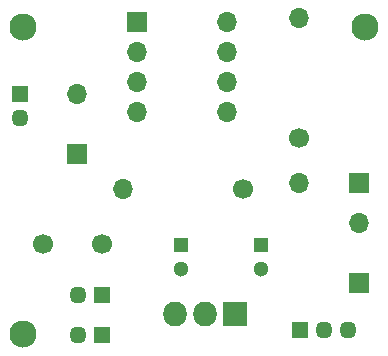
<source format=gbr>
%TF.GenerationSoftware,KiCad,Pcbnew,(5.1.6)-1*%
%TF.CreationDate,2020-11-27T00:36:03-06:00*%
%TF.ProjectId,CircuitBoard,43697263-7569-4744-926f-6172642e6b69,rev?*%
%TF.SameCoordinates,Original*%
%TF.FileFunction,Soldermask,Top*%
%TF.FilePolarity,Negative*%
%FSLAX46Y46*%
G04 Gerber Fmt 4.6, Leading zero omitted, Abs format (unit mm)*
G04 Created by KiCad (PCBNEW (5.1.6)-1) date 2020-11-27 00:36:03*
%MOMM*%
%LPD*%
G01*
G04 APERTURE LIST*
%ADD10O,1.700000X1.700000*%
%ADD11R,1.700000X1.700000*%
%ADD12C,1.700000*%
%ADD13O,1.450000X1.450000*%
%ADD14R,1.450000X1.450000*%
%ADD15O,2.005000X2.100000*%
%ADD16R,2.005000X2.100000*%
%ADD17C,1.300000*%
%ADD18R,1.300000X1.300000*%
%ADD19C,2.300000*%
G04 APERTURE END LIST*
D10*
%TO.C,1N4148*%
X203550000Y-97700000D03*
D11*
X203550000Y-102780000D03*
%TD*%
D10*
%TO.C,1N4148*%
X222420000Y-105200000D03*
D11*
X227500000Y-105200000D03*
%TD*%
D10*
%TO.C,1N4148*%
X227500000Y-108600000D03*
D11*
X227500000Y-113680000D03*
%TD*%
D12*
%TO.C,6.8 nF*%
X205700000Y-110350000D03*
X200700000Y-110350000D03*
%TD*%
D10*
%TO.C,555 Timer*%
X216270000Y-91600000D03*
X208650000Y-99220000D03*
X216270000Y-94140000D03*
X208650000Y-96680000D03*
X216270000Y-96680000D03*
X208650000Y-94140000D03*
X216270000Y-99220000D03*
D11*
X208650000Y-91600000D03*
%TD*%
D13*
%TO.C,Potentiometer*%
X226500000Y-117700000D03*
X224500000Y-117700000D03*
D14*
X222500000Y-117700000D03*
%TD*%
D10*
%TO.C,1k*%
X207490000Y-105750000D03*
D12*
X217650000Y-105750000D03*
%TD*%
D10*
%TO.C,10k*%
X222400000Y-91240000D03*
D12*
X222400000Y-101400000D03*
%TD*%
D15*
%TO.C,TIP31c*%
X211870000Y-116350000D03*
X214410000Y-116350000D03*
D16*
X216950000Y-116350000D03*
%TD*%
D13*
%TO.C,Motor*%
X198800000Y-99700000D03*
D14*
X198800000Y-97700000D03*
%TD*%
D13*
%TO.C,J2*%
X203700000Y-118100000D03*
D14*
X205700000Y-118100000D03*
%TD*%
D13*
%TO.C,J1*%
X203700000Y-114700000D03*
D14*
X205700000Y-114700000D03*
%TD*%
D17*
%TO.C,0.1 uF*%
X219150000Y-112500000D03*
D18*
X219150000Y-110500000D03*
%TD*%
D17*
%TO.C,0.1 uF*%
X212350000Y-112500000D03*
D18*
X212350000Y-110500000D03*
%TD*%
D19*
%TO.C,M2*%
X199000000Y-118000000D03*
%TD*%
%TO.C,M2*%
X228000000Y-92000000D03*
%TD*%
%TO.C,M2*%
X199000000Y-92000000D03*
%TD*%
M02*

</source>
